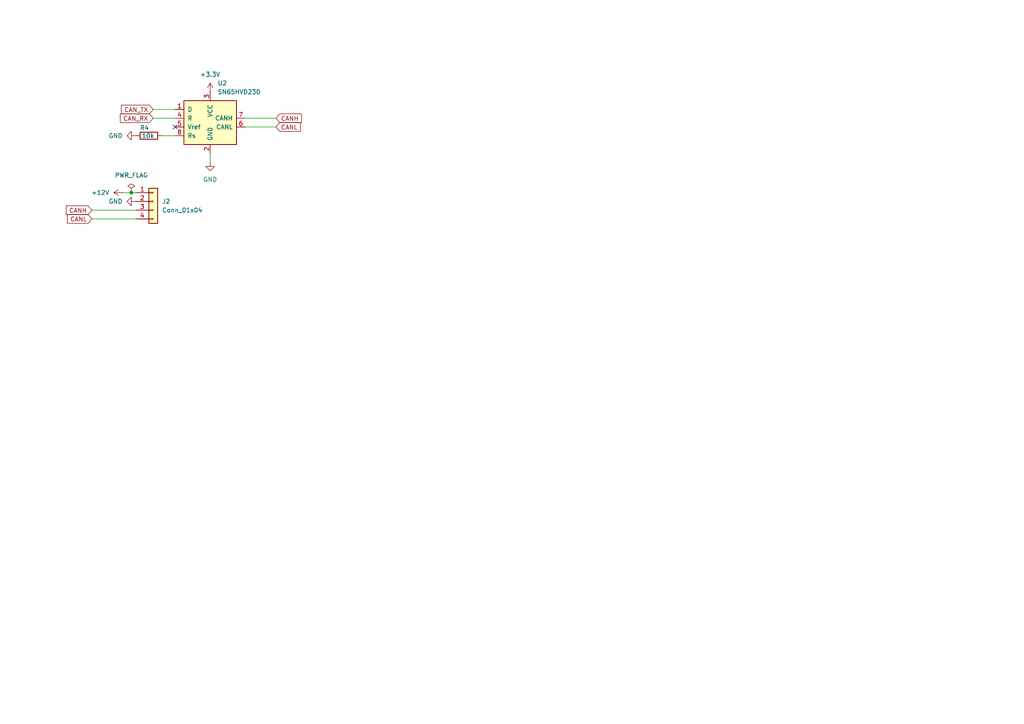
<source format=kicad_sch>
(kicad_sch (version 20250114) (generator "eeschema") (generator_version "9.0")
  (paper "A4")
  (lib_symbols
    (symbol "Connector_Generic:Conn_01x04" (pin_names (offset 1.016) (hide yes))
      (property "Reference" "J" (at 0 5.08 0))
      (property "Value" "Conn_01x04" (at 0 -7.62 0))
      (symbol "Conn_01x04_1_1"
        (rectangle (start -1.27 3.81) (end 1.27 -6.35) (stroke (width 0.254)) (fill (type background)))
        (rectangle (start -1.27 2.667) (end 0 2.413) (stroke (width 0.1524)))
        (rectangle (start -1.27 0.127) (end 0 -0.127) (stroke (width 0.1524)))
        (rectangle (start -1.27 -2.413) (end 0 -2.667) (stroke (width 0.1524)))
        (rectangle (start -1.27 -4.953) (end 0 -5.207) (stroke (width 0.1524)))
        (pin passive line (at -5.08 2.54 0) (length 3.81) (name "Pin_1") (number "1"))
        (pin passive line (at -5.08 0 0) (length 3.81) (name "Pin_2") (number "2"))
        (pin passive line (at -5.08 -2.54 0) (length 3.81) (name "Pin_3") (number "3"))
        (pin passive line (at -5.08 -5.08 0) (length 3.81) (name "Pin_4") (number "4"))
      )
    )
    (symbol "Device:R" (pin_numbers (hide yes)) (pin_names (offset 0))
      (property "Reference" "R" (at 2.032 0 90))
      (property "Value" "R" (at 0 0 90))
      (symbol "R_0_1"
        (rectangle (start -1.016 -2.54) (end 1.016 2.54) (stroke (width 0.254)))
      )
      (symbol "R_1_1"
        (pin passive line (at 0 3.81 270) (length 1.27) (name "~") (number "1"))
        (pin passive line (at 0 -3.81 90) (length 1.27) (name "~") (number "2"))
      )
    )
    (symbol "Interface_CAN_LIN:SN65HVD230" (pin_names (offset 1.016))
      (property "Reference" "U" (at -2.54 10.16 0))
      (property "Value" "SN65HVD230" (at -2.54 7.62 0))
      (symbol "SN65HVD230_0_1"
        (rectangle (start -7.62 5.08) (end 7.62 -7.62) (stroke (width 0.254)) (fill (type background)))
      )
      (symbol "SN65HVD230_1_1"
        (pin input line (at -10.16 2.54 0) (length 2.54) (name "D") (number "1"))
        (pin output line (at -10.16 0 0) (length 2.54) (name "R") (number "4"))
        (pin output line (at -10.16 -2.54 0) (length 2.54) (name "Vref") (number "5"))
        (pin input line (at -10.16 -5.08 0) (length 2.54) (name "Rs") (number "8"))
        (pin power_in line (at 0 7.62 270) (length 2.54) (name "VCC") (number "3"))
        (pin power_in line (at 0 -10.16 90) (length 2.54) (name "GND") (number "2"))
        (pin bidirectional line (at 10.16 0 180) (length 2.54) (name "CANH") (number "7"))
        (pin bidirectional line (at 10.16 -2.54 180) (length 2.54) (name "CANL") (number "6"))
      )
    )
    (symbol "power:+12V" (power) (pin_numbers (hide yes)) (pin_names (offset 0) (hide yes))
      (property "Value" "+12V" (at 0 3.556 0))
      (symbol "+12V_0_1"
        (polyline (pts (xy -0.762 1.27) (xy 0 2.54)))
        (polyline (pts (xy 0 2.54) (xy 0.762 1.27)))
        (polyline (pts (xy 0 0) (xy 0 2.54)))
      )
      (symbol "+12V_1_1"
        (pin power_in line (at 0 0 90) (length 0) (name "~") (number "1"))
      )
    )
    (symbol "power:+3.3V" (power) (pin_numbers (hide yes)) (pin_names (offset 0) (hide yes))
      (property "Value" "+3.3V" (at 0 3.556 0))
      (symbol "+3.3V_0_1"
        (polyline (pts (xy -0.762 1.27) (xy 0 2.54)))
        (polyline (pts (xy 0 2.54) (xy 0.762 1.27)))
        (polyline (pts (xy 0 0) (xy 0 2.54)))
      )
      (symbol "+3.3V_1_1"
        (pin power_in line (at 0 0 90) (length 0) (name "~") (number "1"))
      )
    )
    (symbol "power:GND" (power) (pin_numbers (hide yes)) (pin_names (offset 0) (hide yes))
      (property "Value" "GND" (at 0 -3.81 0))
      (symbol "GND_0_1"
        (polyline (pts (xy 0 0) (xy 0 -1.27) (xy 1.27 -1.27) (xy 0 -2.54) (xy -1.27 -1.27) (xy 0 -1.27)))
      )
      (symbol "GND_1_1"
        (pin power_in line (at 0 0 270) (length 0) (name "~") (number "1"))
      )
    )
    (symbol "power:PWR_FLAG" (power) (pin_numbers (hide yes)) (pin_names (offset 0) (hide yes))
      (property "Value" "PWR_FLAG" (at 0 3.81 0))
      (symbol "PWR_FLAG_0_0"
        (pin power_out line (at 0 0 90) (length 0) (name "~") (number "1"))
      )
      (symbol "PWR_FLAG_0_1"
        (polyline (pts (xy 0 0) (xy 0 1.27) (xy -1.016 1.905) (xy 0 2.54) (xy 1.016 1.905) (xy 0 1.27)))
      )
    )
  )
  (junction (at 38.1 55.88))
  (no_connect (at 50.8 36.83))
  (wire (pts (xy 38.1 55.88) (xy 39.37 55.88)))
  (wire (pts (xy 80.01 34.29) (xy 71.12 34.29)))
  (wire (pts (xy 80.01 36.83) (xy 71.12 36.83)))
  (wire (pts (xy 44.45 31.75) (xy 50.8 31.75)))
  (wire (pts (xy 35.56 55.88) (xy 38.1 55.88)))
  (wire (pts (xy 46.99 39.37) (xy 50.8 39.37)))
  (wire (pts (xy 26.67 60.96) (xy 39.37 60.96)))
  (wire (pts (xy 44.45 34.29) (xy 50.8 34.29)))
  (wire (pts (xy 60.96 46.99) (xy 60.96 44.45)))
  (wire (pts (xy 26.67 63.5) (xy 39.37 63.5)))
  (global_label "CAN_RX" (shape input) (at 44.45 34.29 180) (property "Intersheetrefs" "${INTERSHEET_REFS}" (effects (hide yes))))
  (global_label "CANH" (shape input) (at 80.01 34.29 0) (property "Intersheetrefs" "${INTERSHEET_REFS}" (effects (hide yes))))
  (global_label "CANH" (shape input) (at 26.67 60.96 180) (property "Intersheetrefs" "${INTERSHEET_REFS}" (effects (hide yes))))
  (global_label "CANL" (shape input) (at 26.67 63.5 180) (property "Intersheetrefs" "${INTERSHEET_REFS}" (effects (hide yes))))
  (global_label "CANL" (shape input) (at 80.01 36.83 0) (property "Intersheetrefs" "${INTERSHEET_REFS}" (effects (hide yes))))
  (global_label "CAN_TX" (shape input) (at 44.45 31.75 180) (property "Intersheetrefs" "${INTERSHEET_REFS}" (effects (hide yes))))
  (symbol (lib_id "power:GND") (at 39.37 39.37 270) (unit 1)
    (property "Reference" "#PWR012" (effects (hide yes)))
    (property "Value" "GND" (at 35.56 39.3699 90) (effects (justify right)))
    (property "Description" "Power symbol creates a global label with name \"GND\" , ground" (effects (hide yes)))
  )
  (symbol (lib_id "power:GND") (at 39.37 58.42 270) (unit 1)
    (property "Reference" "#PWR022" (effects (hide yes)))
    (property "Value" "GND" (at 35.56 58.4199 90) (effects (justify right)))
    (property "Description" "Power symbol creates a global label with name \"GND\" , ground" (effects (hide yes)))
  )
  (symbol (lib_id "Connector_Generic:Conn_01x04") (at 44.45 58.42 0) (unit 1)
    (property "Reference" "J2" (at 46.99 58.4199 0) (effects (justify left)))
    (property "Value" "Conn_01x04" (at 46.99 60.9599 0) (effects (justify left)))
    (property "Footprint" "CustomLibraries:CAN_PLUS_POWER" (effects (hide yes)))
    (property "Description" "Generic connector, single row, 01x04, script generated (kicad-library-utils/schlib/autogen/connector/)" (effects (hide yes)))
  )
  (symbol (lib_id "power:+3.3V") (at 60.96 26.67 0) (unit 1)
    (property "Reference" "#PWR013" (effects (hide yes)))
    (property "Value" "+3.3V" (at 60.96 21.59 0))
    (property "Description" "Power symbol creates a global label with name \"+3.3V\"" (effects (hide yes)))
  )
  (symbol (lib_id "Interface_CAN_LIN:SN65HVD230") (at 60.96 34.29 0) (unit 1)
    (property "Reference" "U2" (at 63.1033 24.13 0) (effects (justify left)))
    (property "Value" "SN65HVD230" (at 63.1033 26.67 0) (effects (justify left)))
    (property "Footprint" "Package_SO:SOIC-8_3.9x4.9mm_P1.27mm" (effects (hide yes)))
    (property "Datasheet" "http://www.ti.com/lit/ds/symlink/sn65hvd230.pdf" (effects (hide yes)))
    (property "Description" "CAN Bus Transceivers, 3.3V, 1Mbps, Low-Power capabilities, SOIC-8" (effects (hide yes)))
  )
  (symbol (lib_id "power:PWR_FLAG") (at 38.1 55.88 0) (unit 1)
    (property "Reference" "#FLG07" (effects (hide yes)))
    (property "Value" "PWR_FLAG" (at 38.1 50.8 0))
    (property "Description" "Special symbol for telling ERC where power comes from" (effects (hide yes)))
  )
  (symbol (lib_id "power:GND") (at 60.96 46.99 0) (unit 1)
    (property "Reference" "#PWR011" (effects (hide yes)))
    (property "Value" "GND" (at 60.96 52.07 0))
    (property "Description" "Power symbol creates a global label with name \"GND\" , ground" (effects (hide yes)))
  )
  (symbol (lib_id "power:+12V") (at 35.56 55.88 90) (unit 1)
    (property "Reference" "#PWR09" (effects (hide yes)))
    (property "Value" "+12V" (at 31.75 55.8799 90) (effects (justify left)))
    (property "Description" "Power symbol creates a global label with name \"+12V\"" (effects (hide yes)))
  )
  (symbol (lib_id "Device:R") (at 43.18 39.37 90) (unit 1)
    (property "Reference" "R4" (at 41.91 37.084 90))
    (property "Value" "10k" (at 42.926 39.37 90))
    (property "Footprint" "Resistor_SMD:R_1206_3216Metric_Pad1.30x1.75mm_HandSolder" (effects (hide yes)))
    (property "Description" "Resistor" (effects (hide yes)))
  )
)
</source>
